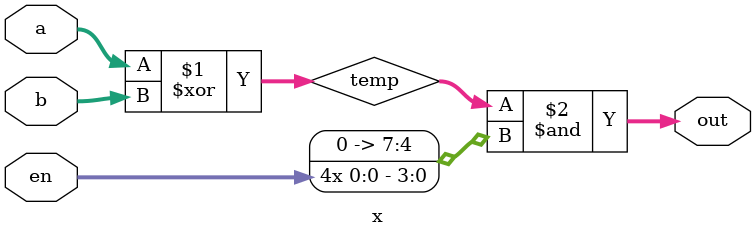
<source format=v>
`timescale 1ns / 1ps


module	x(input	en,	input	[3:0]	a,	input	[3:0]	b,	output[7:0]	out
    );
    
    wire [3:0] temp;
    
    assign temp = a ^ b;
    
    assign out = temp & {4{en}}; 
    
    
endmodule

</source>
